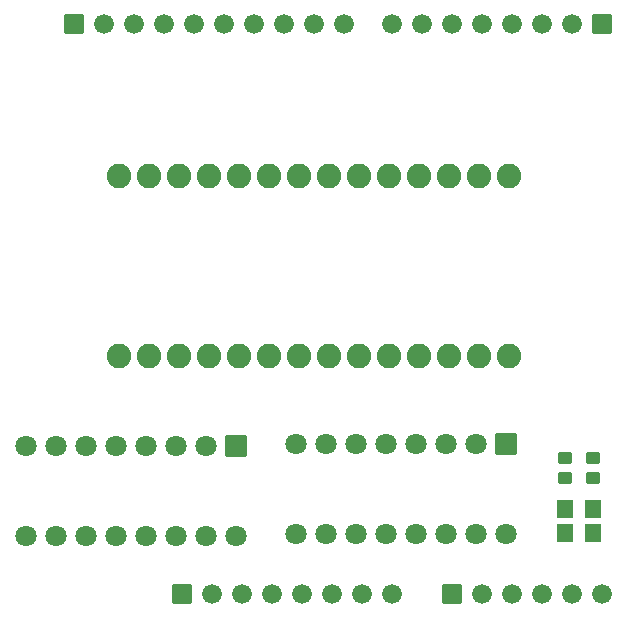
<source format=gts>
G04 Layer: TopSolderMaskLayer*
G04 EasyEDA v6.5.40, 2024-05-12 15:51:58*
G04 49c0d29adba348579b594a98eefbc0f5,633559c1653544b899bb7edc1c986e09,10*
G04 Gerber Generator version 0.2*
G04 Scale: 100 percent, Rotated: No, Reflected: No *
G04 Dimensions in millimeters *
G04 leading zeros omitted , absolute positions ,4 integer and 5 decimal *
%FSLAX45Y45*%
%MOMM*%

%AMMACRO1*1,1,$1,$2,$3*1,1,$1,$4,$5*1,1,$1,0-$2,0-$3*1,1,$1,0-$4,0-$5*20,1,$1,$2,$3,$4,$5,0*20,1,$1,$4,$5,0-$2,0-$3,0*20,1,$1,0-$2,0-$3,0-$4,0-$5,0*20,1,$1,0-$4,0-$5,$2,$3,0*4,1,4,$2,$3,$4,$5,0-$2,0-$3,0-$4,0-$5,$2,$3,0*%
%ADD10MACRO1,0.1016X-0.5X0.45X0.5X0.45*%
%ADD11C,2.0828*%
%ADD12MACRO1,0.1016X0.7874X-0.7874X-0.7874X-0.7874*%
%ADD13C,1.6764*%
%ADD14MACRO1,0.1016X-0.7874X0.7874X0.7874X0.7874*%
%ADD15R,1.4516X1.5116*%
%ADD16MACRO1,0.1016X0.85X0.85X0.85X-0.85*%
%ADD17C,1.8016*%

%LPD*%
D10*
G01*
X5168968Y1418414D03*
G01*
X5168968Y1248415D03*
G01*
X4927668Y1418414D03*
G01*
X4927668Y1248415D03*
D11*
G01*
X1155700Y2286000D03*
G01*
X1409700Y2286000D03*
G01*
X1663700Y2286000D03*
G01*
X1917700Y2286000D03*
G01*
X2171700Y2286000D03*
G01*
X2425700Y2286000D03*
G01*
X2679700Y2286000D03*
G01*
X2933700Y2286000D03*
G01*
X3187700Y2286000D03*
G01*
X3441700Y2286000D03*
G01*
X3695700Y2286000D03*
G01*
X3949700Y2286000D03*
G01*
X4203700Y2286000D03*
G01*
X4457700Y2286000D03*
G01*
X4457700Y3810000D03*
G01*
X4203700Y3810000D03*
G01*
X3695700Y3810000D03*
G01*
X3441700Y3810000D03*
G01*
X3187700Y3810000D03*
G01*
X2933700Y3810000D03*
G01*
X2679700Y3810000D03*
G01*
X2425700Y3810000D03*
G01*
X2171700Y3810000D03*
G01*
X1917700Y3810000D03*
G01*
X1663700Y3810000D03*
G01*
X1409700Y3810000D03*
G01*
X1155700Y3810000D03*
G01*
X3949700Y3810000D03*
D12*
G01*
X5245100Y5092700D03*
D13*
G01*
X4991100Y5092700D03*
G01*
X4737100Y5092700D03*
G01*
X4483100Y5092700D03*
G01*
X4229100Y5092700D03*
G01*
X3975100Y5092700D03*
G01*
X3721100Y5092700D03*
G01*
X3467100Y5092700D03*
G01*
X3060700Y5092700D03*
G01*
X2806700Y5092700D03*
G01*
X2552700Y5092700D03*
G01*
X2298700Y5092700D03*
G01*
X2044700Y5092700D03*
G01*
X1790700Y5092700D03*
G01*
X1536700Y5092700D03*
G01*
X1282700Y5092700D03*
G01*
X1028700Y5092700D03*
D14*
G01*
X774700Y5092700D03*
D13*
G01*
X5245100Y266700D03*
G01*
X4991100Y266700D03*
G01*
X4737100Y266700D03*
G01*
X4483100Y266700D03*
G01*
X4229100Y266700D03*
D14*
G01*
X3975100Y266700D03*
G01*
X1689100Y266700D03*
D13*
G01*
X1943100Y266700D03*
G01*
X2197100Y266700D03*
G01*
X2451100Y266700D03*
G01*
X2705100Y266700D03*
G01*
X2959100Y266700D03*
G01*
X3213100Y266700D03*
G01*
X3467100Y266700D03*
D15*
G01*
X4927600Y988999D03*
G01*
X4927600Y789000D03*
G01*
X5168900Y988999D03*
G01*
X5168900Y789000D03*
D16*
G01*
X4427091Y1535703D03*
D17*
G01*
X4173093Y1535704D03*
G01*
X2903093Y1535704D03*
G01*
X2649093Y1535704D03*
G01*
X3919093Y1535704D03*
G01*
X3665093Y1535704D03*
G01*
X3157093Y1535704D03*
G01*
X3411093Y1535704D03*
G01*
X2649093Y775685D03*
G01*
X2903093Y775685D03*
G01*
X3157093Y775685D03*
G01*
X3411093Y775685D03*
G01*
X3665093Y775685D03*
G01*
X3919093Y775685D03*
G01*
X4173093Y775685D03*
G01*
X4427093Y775685D03*
D16*
G01*
X2141091Y1523003D03*
D17*
G01*
X1887093Y1523004D03*
G01*
X617093Y1523004D03*
G01*
X363093Y1523004D03*
G01*
X1633093Y1523004D03*
G01*
X1379093Y1523004D03*
G01*
X871093Y1523004D03*
G01*
X1125093Y1523004D03*
G01*
X363093Y762985D03*
G01*
X617093Y762985D03*
G01*
X871093Y762985D03*
G01*
X1125093Y762985D03*
G01*
X1379093Y762985D03*
G01*
X1633093Y762985D03*
G01*
X1887093Y762985D03*
G01*
X2141093Y762985D03*
M02*

</source>
